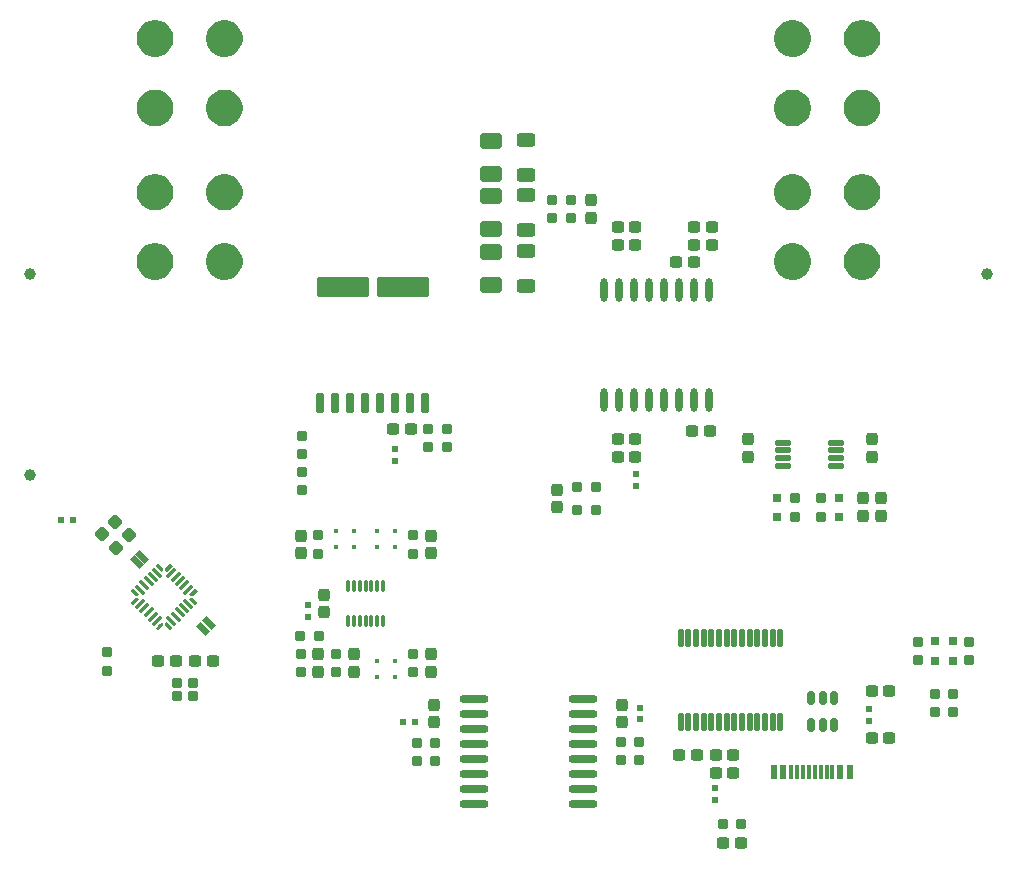
<source format=gtp>
G04*
G04 #@! TF.GenerationSoftware,Altium Limited,Altium Designer,24.2.2 (26)*
G04*
G04 Layer_Color=8421504*
%FSLAX44Y44*%
%MOMM*%
G71*
G04*
G04 #@! TF.SameCoordinates,6A8CA8D3-F6E6-494B-9A6B-4A02BC4B17F5*
G04*
G04*
G04 #@! TF.FilePolarity,Positive*
G04*
G01*
G75*
G04:AMPARAMS|DCode=17|XSize=1.9mm|YSize=1.4mm|CornerRadius=0.35mm|HoleSize=0mm|Usage=FLASHONLY|Rotation=0.000|XOffset=0mm|YOffset=0mm|HoleType=Round|Shape=RoundedRectangle|*
%AMROUNDEDRECTD17*
21,1,1.9000,0.7000,0,0,0.0*
21,1,1.2000,1.4000,0,0,0.0*
1,1,0.7000,0.6000,-0.3500*
1,1,0.7000,-0.6000,-0.3500*
1,1,0.7000,-0.6000,0.3500*
1,1,0.7000,0.6000,0.3500*
%
%ADD17ROUNDEDRECTD17*%
%ADD18C,1.0000*%
%ADD19R,0.3000X1.1500*%
%ADD20R,0.6000X1.1500*%
G04:AMPARAMS|DCode=21|XSize=0.5213mm|YSize=1.1725mm|CornerRadius=0mm|HoleSize=0mm|Usage=FLASHONLY|Rotation=45.000|XOffset=0mm|YOffset=0mm|HoleType=Round|Shape=Rectangle|*
%AMROTATEDRECTD21*
4,1,4,0.2302,-0.5988,-0.5988,0.2302,-0.2302,0.5988,0.5988,-0.2302,0.2302,-0.5988,0.0*
%
%ADD21ROTATEDRECTD21*%

G04:AMPARAMS|DCode=22|XSize=1mm|YSize=1.05mm|CornerRadius=0.25mm|HoleSize=0mm|Usage=FLASHONLY|Rotation=90.000|XOffset=0mm|YOffset=0mm|HoleType=Round|Shape=RoundedRectangle|*
%AMROUNDEDRECTD22*
21,1,1.0000,0.5500,0,0,90.0*
21,1,0.5000,1.0500,0,0,90.0*
1,1,0.5000,0.2750,0.2500*
1,1,0.5000,0.2750,-0.2500*
1,1,0.5000,-0.2750,-0.2500*
1,1,0.5000,-0.2750,0.2500*
%
%ADD22ROUNDEDRECTD22*%
G04:AMPARAMS|DCode=23|XSize=0.9mm|YSize=0.8mm|CornerRadius=0.2mm|HoleSize=0mm|Usage=FLASHONLY|Rotation=0.000|XOffset=0mm|YOffset=0mm|HoleType=Round|Shape=RoundedRectangle|*
%AMROUNDEDRECTD23*
21,1,0.9000,0.4000,0,0,0.0*
21,1,0.5000,0.8000,0,0,0.0*
1,1,0.4000,0.2500,-0.2000*
1,1,0.4000,-0.2500,-0.2000*
1,1,0.4000,-0.2500,0.2000*
1,1,0.4000,0.2500,0.2000*
%
%ADD23ROUNDEDRECTD23*%
G04:AMPARAMS|DCode=24|XSize=0.9mm|YSize=0.85mm|CornerRadius=0.2125mm|HoleSize=0mm|Usage=FLASHONLY|Rotation=0.000|XOffset=0mm|YOffset=0mm|HoleType=Round|Shape=RoundedRectangle|*
%AMROUNDEDRECTD24*
21,1,0.9000,0.4250,0,0,0.0*
21,1,0.4750,0.8500,0,0,0.0*
1,1,0.4250,0.2375,-0.2125*
1,1,0.4250,-0.2375,-0.2125*
1,1,0.4250,-0.2375,0.2125*
1,1,0.4250,0.2375,0.2125*
%
%ADD24ROUNDEDRECTD24*%
G04:AMPARAMS|DCode=25|XSize=1mm|YSize=1.05mm|CornerRadius=0.25mm|HoleSize=0mm|Usage=FLASHONLY|Rotation=135.000|XOffset=0mm|YOffset=0mm|HoleType=Round|Shape=RoundedRectangle|*
%AMROUNDEDRECTD25*
21,1,1.0000,0.5500,0,0,135.0*
21,1,0.5000,1.0500,0,0,135.0*
1,1,0.5000,0.0177,0.3712*
1,1,0.5000,0.3712,0.0177*
1,1,0.5000,-0.0177,-0.3712*
1,1,0.5000,-0.3712,-0.0177*
%
%ADD25ROUNDEDRECTD25*%
G04:AMPARAMS|DCode=26|XSize=0.3mm|YSize=0.25mm|CornerRadius=0mm|HoleSize=0mm|Usage=FLASHONLY|Rotation=315.000|XOffset=0mm|YOffset=0mm|HoleType=Round|Shape=Rectangle|*
%AMROTATEDRECTD26*
4,1,4,-0.1945,0.0177,-0.0177,0.1945,0.1945,-0.0177,0.0177,-0.1945,-0.1945,0.0177,0.0*
%
%ADD26ROTATEDRECTD26*%

G04:AMPARAMS|DCode=27|XSize=0.3mm|YSize=0.25mm|CornerRadius=0mm|HoleSize=0mm|Usage=FLASHONLY|Rotation=225.000|XOffset=0mm|YOffset=0mm|HoleType=Round|Shape=Rectangle|*
%AMROTATEDRECTD27*
4,1,4,0.0177,0.1945,0.1945,0.0177,-0.0177,-0.1945,-0.1945,-0.0177,0.0177,0.1945,0.0*
%
%ADD27ROTATEDRECTD27*%

G04:AMPARAMS|DCode=28|XSize=0.3mm|YSize=1mm|CornerRadius=0mm|HoleSize=0mm|Usage=FLASHONLY|Rotation=225.000|XOffset=0mm|YOffset=0mm|HoleType=Round|Shape=Rectangle|*
%AMROTATEDRECTD28*
4,1,4,-0.2475,0.4596,0.4596,-0.2475,0.2475,-0.4596,-0.4596,0.2475,-0.2475,0.4596,0.0*
%
%ADD28ROTATEDRECTD28*%

G04:AMPARAMS|DCode=29|XSize=0.3mm|YSize=1mm|CornerRadius=0mm|HoleSize=0mm|Usage=FLASHONLY|Rotation=135.000|XOffset=0mm|YOffset=0mm|HoleType=Round|Shape=Rectangle|*
%AMROTATEDRECTD29*
4,1,4,0.4596,0.2475,-0.2475,-0.4596,-0.4596,-0.2475,0.2475,0.4596,0.4596,0.2475,0.0*
%
%ADD29ROTATEDRECTD29*%

%ADD30R,0.5000X0.6000*%
G04:AMPARAMS|DCode=31|XSize=1mm|YSize=1.05mm|CornerRadius=0.25mm|HoleSize=0mm|Usage=FLASHONLY|Rotation=0.000|XOffset=0mm|YOffset=0mm|HoleType=Round|Shape=RoundedRectangle|*
%AMROUNDEDRECTD31*
21,1,1.0000,0.5500,0,0,0.0*
21,1,0.5000,1.0500,0,0,0.0*
1,1,0.5000,0.2500,-0.2750*
1,1,0.5000,-0.2500,-0.2750*
1,1,0.5000,-0.2500,0.2750*
1,1,0.5000,0.2500,0.2750*
%
%ADD31ROUNDEDRECTD31*%
%ADD32R,0.3500X0.3500*%
%ADD33O,0.3000X1.0500*%
%ADD34R,0.6000X0.5000*%
G04:AMPARAMS|DCode=35|XSize=0.9mm|YSize=0.85mm|CornerRadius=0.2125mm|HoleSize=0mm|Usage=FLASHONLY|Rotation=270.000|XOffset=0mm|YOffset=0mm|HoleType=Round|Shape=RoundedRectangle|*
%AMROUNDEDRECTD35*
21,1,0.9000,0.4250,0,0,270.0*
21,1,0.4750,0.8500,0,0,270.0*
1,1,0.4250,-0.2125,-0.2375*
1,1,0.4250,-0.2125,0.2375*
1,1,0.4250,0.2125,0.2375*
1,1,0.4250,0.2125,-0.2375*
%
%ADD35ROUNDEDRECTD35*%
G04:AMPARAMS|DCode=36|XSize=0.6mm|YSize=1.2mm|CornerRadius=0.15mm|HoleSize=0mm|Usage=FLASHONLY|Rotation=180.000|XOffset=0mm|YOffset=0mm|HoleType=Round|Shape=RoundedRectangle|*
%AMROUNDEDRECTD36*
21,1,0.6000,0.9000,0,0,180.0*
21,1,0.3000,1.2000,0,0,180.0*
1,1,0.3000,-0.1500,0.4500*
1,1,0.3000,0.1500,0.4500*
1,1,0.3000,0.1500,-0.4500*
1,1,0.3000,-0.1500,-0.4500*
%
%ADD36ROUNDEDRECTD36*%
%ADD37R,0.8000X0.8000*%
G04:AMPARAMS|DCode=38|XSize=0.45mm|YSize=1.35mm|CornerRadius=0.0495mm|HoleSize=0mm|Usage=FLASHONLY|Rotation=270.000|XOffset=0mm|YOffset=0mm|HoleType=Round|Shape=RoundedRectangle|*
%AMROUNDEDRECTD38*
21,1,0.4500,1.2510,0,0,270.0*
21,1,0.3510,1.3500,0,0,270.0*
1,1,0.0990,-0.6255,-0.1755*
1,1,0.0990,-0.6255,0.1755*
1,1,0.0990,0.6255,0.1755*
1,1,0.0990,0.6255,-0.1755*
%
%ADD38ROUNDEDRECTD38*%
G04:AMPARAMS|DCode=39|XSize=1.65mm|YSize=4.41mm|CornerRadius=0.0495mm|HoleSize=0mm|Usage=FLASHONLY|Rotation=270.000|XOffset=0mm|YOffset=0mm|HoleType=Round|Shape=RoundedRectangle|*
%AMROUNDEDRECTD39*
21,1,1.6500,4.3110,0,0,270.0*
21,1,1.5510,4.4100,0,0,270.0*
1,1,0.0990,-2.1555,-0.7755*
1,1,0.0990,-2.1555,0.7755*
1,1,0.0990,2.1555,0.7755*
1,1,0.0990,2.1555,-0.7755*
%
%ADD39ROUNDEDRECTD39*%
G04:AMPARAMS|DCode=40|XSize=1.65mm|YSize=0.6mm|CornerRadius=0.051mm|HoleSize=0mm|Usage=FLASHONLY|Rotation=270.000|XOffset=0mm|YOffset=0mm|HoleType=Round|Shape=RoundedRectangle|*
%AMROUNDEDRECTD40*
21,1,1.6500,0.4980,0,0,270.0*
21,1,1.5480,0.6000,0,0,270.0*
1,1,0.1020,-0.2490,-0.7740*
1,1,0.1020,-0.2490,0.7740*
1,1,0.1020,0.2490,0.7740*
1,1,0.1020,0.2490,-0.7740*
%
%ADD40ROUNDEDRECTD40*%
%ADD41O,0.6000X2.0000*%
G04:AMPARAMS|DCode=42|XSize=1.6mm|YSize=1.15mm|CornerRadius=0.2875mm|HoleSize=0mm|Usage=FLASHONLY|Rotation=0.000|XOffset=0mm|YOffset=0mm|HoleType=Round|Shape=RoundedRectangle|*
%AMROUNDEDRECTD42*
21,1,1.6000,0.5750,0,0,0.0*
21,1,1.0250,1.1500,0,0,0.0*
1,1,0.5750,0.5125,-0.2875*
1,1,0.5750,-0.5125,-0.2875*
1,1,0.5750,-0.5125,0.2875*
1,1,0.5750,0.5125,0.2875*
%
%ADD42ROUNDEDRECTD42*%
%ADD43O,0.5000X1.6000*%
%ADD44O,2.4500X0.7000*%
G36*
X1328871Y1184254D02*
X1331692Y1183086D01*
X1334231Y1181390D01*
X1336390Y1179231D01*
X1338086Y1176692D01*
X1339254Y1173871D01*
X1339850Y1170877D01*
Y1169350D01*
Y1167823D01*
X1339254Y1164829D01*
X1338086Y1162008D01*
X1336390Y1159469D01*
X1334231Y1157310D01*
X1331692Y1155614D01*
X1328871Y1154446D01*
X1325877Y1153850D01*
X1322823D01*
X1319829Y1154446D01*
X1317008Y1155614D01*
X1314469Y1157310D01*
X1312310Y1159469D01*
X1310614Y1162008D01*
X1309446Y1164829D01*
X1308850Y1167823D01*
Y1169350D01*
Y1170877D01*
X1309446Y1173871D01*
X1310614Y1176692D01*
X1312310Y1179231D01*
X1314469Y1181390D01*
X1317008Y1183086D01*
X1319829Y1184254D01*
X1322823Y1184850D01*
X1325877D01*
X1328871Y1184254D01*
D02*
G37*
G36*
X1270171D02*
X1272992Y1183086D01*
X1275531Y1181390D01*
X1277690Y1179231D01*
X1279386Y1176692D01*
X1280554Y1173871D01*
X1281150Y1170877D01*
Y1169350D01*
Y1167823D01*
X1280554Y1164829D01*
X1279386Y1162008D01*
X1277690Y1159469D01*
X1275531Y1157310D01*
X1272992Y1155614D01*
X1270171Y1154446D01*
X1267177Y1153850D01*
X1264123D01*
X1261129Y1154446D01*
X1258308Y1155614D01*
X1255769Y1157310D01*
X1253610Y1159469D01*
X1251914Y1162008D01*
X1250746Y1164829D01*
X1250150Y1167823D01*
Y1169350D01*
Y1170877D01*
X1250746Y1173871D01*
X1251914Y1176692D01*
X1253610Y1179231D01*
X1255769Y1181390D01*
X1258308Y1183086D01*
X1261129Y1184254D01*
X1264123Y1184850D01*
X1267177D01*
X1270171Y1184254D01*
D02*
G37*
G36*
X788871D02*
X791692Y1183086D01*
X794231Y1181390D01*
X796390Y1179231D01*
X798086Y1176692D01*
X799254Y1173871D01*
X799850Y1170877D01*
Y1169350D01*
Y1167823D01*
X799254Y1164829D01*
X798086Y1162008D01*
X796390Y1159469D01*
X794231Y1157310D01*
X791692Y1155614D01*
X788871Y1154446D01*
X785877Y1153850D01*
X782823D01*
X779829Y1154446D01*
X777008Y1155614D01*
X774469Y1157310D01*
X772310Y1159469D01*
X770614Y1162008D01*
X769446Y1164829D01*
X768850Y1167823D01*
Y1169350D01*
Y1170877D01*
X769446Y1173871D01*
X770614Y1176692D01*
X772310Y1179231D01*
X774469Y1181390D01*
X777008Y1183086D01*
X779829Y1184254D01*
X782823Y1184850D01*
X785877D01*
X788871Y1184254D01*
D02*
G37*
G36*
X730171D02*
X732992Y1183086D01*
X735531Y1181390D01*
X737690Y1179231D01*
X739386Y1176692D01*
X740554Y1173871D01*
X741150Y1170877D01*
Y1169350D01*
Y1167823D01*
X740554Y1164829D01*
X739386Y1162008D01*
X737690Y1159469D01*
X735531Y1157310D01*
X732992Y1155614D01*
X730171Y1154446D01*
X727177Y1153850D01*
X724123D01*
X721129Y1154446D01*
X718308Y1155614D01*
X715769Y1157310D01*
X713610Y1159469D01*
X711914Y1162008D01*
X710746Y1164829D01*
X710150Y1167823D01*
Y1169350D01*
Y1170877D01*
X710746Y1173871D01*
X711914Y1176692D01*
X713610Y1179231D01*
X715769Y1181390D01*
X718308Y1183086D01*
X721129Y1184254D01*
X724123Y1184850D01*
X727177D01*
X730171Y1184254D01*
D02*
G37*
G36*
X1328871Y1125554D02*
X1331692Y1124386D01*
X1334231Y1122690D01*
X1336390Y1120531D01*
X1338086Y1117992D01*
X1339254Y1115171D01*
X1339850Y1112177D01*
Y1110650D01*
Y1109123D01*
X1339254Y1106129D01*
X1338086Y1103308D01*
X1336390Y1100769D01*
X1334231Y1098610D01*
X1331692Y1096914D01*
X1328871Y1095746D01*
X1325877Y1095150D01*
X1322823D01*
X1319829Y1095746D01*
X1317008Y1096914D01*
X1314469Y1098610D01*
X1312310Y1100769D01*
X1310614Y1103308D01*
X1309446Y1106129D01*
X1308850Y1109123D01*
Y1110650D01*
Y1112177D01*
X1309446Y1115171D01*
X1310614Y1117992D01*
X1312310Y1120531D01*
X1314469Y1122690D01*
X1317008Y1124386D01*
X1319829Y1125554D01*
X1322823Y1126150D01*
X1325877D01*
X1328871Y1125554D01*
D02*
G37*
G36*
X1270171D02*
X1272992Y1124386D01*
X1275531Y1122690D01*
X1277690Y1120531D01*
X1279386Y1117992D01*
X1280554Y1115171D01*
X1281150Y1112177D01*
Y1110650D01*
Y1109123D01*
X1280554Y1106129D01*
X1279386Y1103308D01*
X1277690Y1100769D01*
X1275531Y1098610D01*
X1272992Y1096914D01*
X1270171Y1095746D01*
X1267177Y1095150D01*
X1264123D01*
X1261129Y1095746D01*
X1258308Y1096914D01*
X1255769Y1098610D01*
X1253610Y1100769D01*
X1251914Y1103308D01*
X1250746Y1106129D01*
X1250150Y1109123D01*
Y1110650D01*
Y1112177D01*
X1250746Y1115171D01*
X1251914Y1117992D01*
X1253610Y1120531D01*
X1255769Y1122690D01*
X1258308Y1124386D01*
X1261129Y1125554D01*
X1264123Y1126150D01*
X1267177D01*
X1270171Y1125554D01*
D02*
G37*
G36*
X788871D02*
X791692Y1124386D01*
X794231Y1122690D01*
X796390Y1120531D01*
X798086Y1117992D01*
X799254Y1115171D01*
X799850Y1112177D01*
Y1110650D01*
Y1109123D01*
X799254Y1106129D01*
X798086Y1103308D01*
X796390Y1100769D01*
X794231Y1098610D01*
X791692Y1096914D01*
X788871Y1095746D01*
X785877Y1095150D01*
X782823D01*
X779829Y1095746D01*
X777008Y1096914D01*
X774469Y1098610D01*
X772310Y1100769D01*
X770614Y1103308D01*
X769446Y1106129D01*
X768850Y1109123D01*
Y1110650D01*
Y1112177D01*
X769446Y1115171D01*
X770614Y1117992D01*
X772310Y1120531D01*
X774469Y1122690D01*
X777008Y1124386D01*
X779829Y1125554D01*
X782823Y1126150D01*
X785877D01*
X788871Y1125554D01*
D02*
G37*
G36*
X730171D02*
X732992Y1124386D01*
X735531Y1122690D01*
X737690Y1120531D01*
X739386Y1117992D01*
X740554Y1115171D01*
X741150Y1112177D01*
Y1110650D01*
Y1109123D01*
X740554Y1106129D01*
X739386Y1103308D01*
X737690Y1100769D01*
X735531Y1098610D01*
X732992Y1096914D01*
X730171Y1095746D01*
X727177Y1095150D01*
X724123D01*
X721129Y1095746D01*
X718308Y1096914D01*
X715769Y1098610D01*
X713610Y1100769D01*
X711914Y1103308D01*
X710746Y1106129D01*
X710150Y1109123D01*
Y1110650D01*
Y1112177D01*
X710746Y1115171D01*
X711914Y1117992D01*
X713610Y1120531D01*
X715769Y1122690D01*
X718308Y1124386D01*
X721129Y1125554D01*
X724123Y1126150D01*
X727177D01*
X730171Y1125554D01*
D02*
G37*
G36*
X1328871Y1054254D02*
X1331692Y1053086D01*
X1334231Y1051390D01*
X1336390Y1049231D01*
X1338086Y1046692D01*
X1339254Y1043871D01*
X1339850Y1040877D01*
Y1039350D01*
Y1037823D01*
X1339254Y1034829D01*
X1338086Y1032008D01*
X1336390Y1029469D01*
X1334231Y1027310D01*
X1331692Y1025614D01*
X1328871Y1024446D01*
X1325877Y1023850D01*
X1322823D01*
X1319829Y1024446D01*
X1317008Y1025614D01*
X1314469Y1027310D01*
X1312310Y1029469D01*
X1310614Y1032008D01*
X1309446Y1034829D01*
X1308850Y1037823D01*
Y1039350D01*
Y1040877D01*
X1309446Y1043871D01*
X1310614Y1046692D01*
X1312310Y1049231D01*
X1314469Y1051390D01*
X1317008Y1053086D01*
X1319829Y1054254D01*
X1322823Y1054850D01*
X1325877D01*
X1328871Y1054254D01*
D02*
G37*
G36*
X1270171D02*
X1272992Y1053086D01*
X1275531Y1051390D01*
X1277690Y1049231D01*
X1279386Y1046692D01*
X1280554Y1043871D01*
X1281150Y1040877D01*
Y1039350D01*
Y1037823D01*
X1280554Y1034829D01*
X1279386Y1032008D01*
X1277690Y1029469D01*
X1275531Y1027310D01*
X1272992Y1025614D01*
X1270171Y1024446D01*
X1267177Y1023850D01*
X1264123D01*
X1261129Y1024446D01*
X1258308Y1025614D01*
X1255769Y1027310D01*
X1253610Y1029469D01*
X1251914Y1032008D01*
X1250746Y1034829D01*
X1250150Y1037823D01*
Y1039350D01*
Y1040877D01*
X1250746Y1043871D01*
X1251914Y1046692D01*
X1253610Y1049231D01*
X1255769Y1051390D01*
X1258308Y1053086D01*
X1261129Y1054254D01*
X1264123Y1054850D01*
X1267177D01*
X1270171Y1054254D01*
D02*
G37*
G36*
X788871D02*
X791692Y1053086D01*
X794231Y1051390D01*
X796390Y1049231D01*
X798086Y1046692D01*
X799254Y1043871D01*
X799850Y1040877D01*
Y1039350D01*
Y1037823D01*
X799254Y1034829D01*
X798086Y1032008D01*
X796390Y1029469D01*
X794231Y1027310D01*
X791692Y1025614D01*
X788871Y1024446D01*
X785877Y1023850D01*
X782823D01*
X779829Y1024446D01*
X777008Y1025614D01*
X774469Y1027310D01*
X772310Y1029469D01*
X770614Y1032008D01*
X769446Y1034829D01*
X768850Y1037823D01*
Y1039350D01*
Y1040877D01*
X769446Y1043871D01*
X770614Y1046692D01*
X772310Y1049231D01*
X774469Y1051390D01*
X777008Y1053086D01*
X779829Y1054254D01*
X782823Y1054850D01*
X785877D01*
X788871Y1054254D01*
D02*
G37*
G36*
X730171D02*
X732992Y1053086D01*
X735531Y1051390D01*
X737690Y1049231D01*
X739386Y1046692D01*
X740554Y1043871D01*
X741150Y1040877D01*
Y1039350D01*
Y1037823D01*
X740554Y1034829D01*
X739386Y1032008D01*
X737690Y1029469D01*
X735531Y1027310D01*
X732992Y1025614D01*
X730171Y1024446D01*
X727177Y1023850D01*
X724123D01*
X721129Y1024446D01*
X718308Y1025614D01*
X715769Y1027310D01*
X713610Y1029469D01*
X711914Y1032008D01*
X710746Y1034829D01*
X710150Y1037823D01*
Y1039350D01*
Y1040877D01*
X710746Y1043871D01*
X711914Y1046692D01*
X713610Y1049231D01*
X715769Y1051390D01*
X718308Y1053086D01*
X721129Y1054254D01*
X724123Y1054850D01*
X727177D01*
X730171Y1054254D01*
D02*
G37*
G36*
X1328871Y995554D02*
X1331692Y994386D01*
X1334231Y992690D01*
X1336390Y990531D01*
X1338086Y987992D01*
X1339254Y985171D01*
X1339850Y982177D01*
Y980650D01*
Y979123D01*
X1339254Y976129D01*
X1338086Y973308D01*
X1336390Y970769D01*
X1334231Y968610D01*
X1331692Y966914D01*
X1328871Y965746D01*
X1325877Y965150D01*
X1322823D01*
X1319829Y965746D01*
X1317008Y966914D01*
X1314469Y968610D01*
X1312310Y970769D01*
X1310614Y973308D01*
X1309446Y976129D01*
X1308850Y979123D01*
Y980650D01*
Y982177D01*
X1309446Y985171D01*
X1310614Y987992D01*
X1312310Y990531D01*
X1314469Y992690D01*
X1317008Y994386D01*
X1319829Y995554D01*
X1322823Y996150D01*
X1325877D01*
X1328871Y995554D01*
D02*
G37*
G36*
X1270171D02*
X1272992Y994386D01*
X1275531Y992690D01*
X1277690Y990531D01*
X1279386Y987992D01*
X1280554Y985171D01*
X1281150Y982177D01*
Y980650D01*
Y979123D01*
X1280554Y976129D01*
X1279386Y973308D01*
X1277690Y970769D01*
X1275531Y968610D01*
X1272992Y966914D01*
X1270171Y965746D01*
X1267177Y965150D01*
X1264123D01*
X1261129Y965746D01*
X1258308Y966914D01*
X1255769Y968610D01*
X1253610Y970769D01*
X1251914Y973308D01*
X1250746Y976129D01*
X1250150Y979123D01*
Y980650D01*
Y982177D01*
X1250746Y985171D01*
X1251914Y987992D01*
X1253610Y990531D01*
X1255769Y992690D01*
X1258308Y994386D01*
X1261129Y995554D01*
X1264123Y996150D01*
X1267177D01*
X1270171Y995554D01*
D02*
G37*
G36*
X788871D02*
X791692Y994386D01*
X794231Y992690D01*
X796390Y990531D01*
X798086Y987992D01*
X799254Y985171D01*
X799850Y982177D01*
Y980650D01*
Y979123D01*
X799254Y976129D01*
X798086Y973308D01*
X796390Y970769D01*
X794231Y968610D01*
X791692Y966914D01*
X788871Y965746D01*
X785877Y965150D01*
X782823D01*
X779829Y965746D01*
X777008Y966914D01*
X774469Y968610D01*
X772310Y970769D01*
X770614Y973308D01*
X769446Y976129D01*
X768850Y979123D01*
Y980650D01*
Y982177D01*
X769446Y985171D01*
X770614Y987992D01*
X772310Y990531D01*
X774469Y992690D01*
X777008Y994386D01*
X779829Y995554D01*
X782823Y996150D01*
X785877D01*
X788871Y995554D01*
D02*
G37*
G36*
X730171D02*
X732992Y994386D01*
X735531Y992690D01*
X737690Y990531D01*
X739386Y987992D01*
X740554Y985171D01*
X741150Y982177D01*
Y980650D01*
Y979123D01*
X740554Y976129D01*
X739386Y973308D01*
X737690Y970769D01*
X735531Y968610D01*
X732992Y966914D01*
X730171Y965746D01*
X727177Y965150D01*
X724123D01*
X721129Y965746D01*
X718308Y966914D01*
X715769Y968610D01*
X713610Y970769D01*
X711914Y973308D01*
X710746Y976129D01*
X710150Y979123D01*
Y980650D01*
Y982177D01*
X710746Y985171D01*
X711914Y987992D01*
X713610Y990531D01*
X715769Y992690D01*
X718308Y994386D01*
X721129Y995554D01*
X724123Y996150D01*
X727177D01*
X730171Y995554D01*
D02*
G37*
G36*
X740748Y723090D02*
X735621Y717963D01*
X734525Y719059D01*
X734525Y721110D01*
X738626Y725211D01*
X740748Y723090D01*
D02*
G37*
G36*
X732475Y721110D02*
X732475Y719059D01*
X731379Y717963D01*
X726252Y723090D01*
X728373Y725211D01*
X732475Y721110D01*
D02*
G37*
G36*
X761961Y701877D02*
X757860Y697775D01*
X755809Y697775D01*
X754713Y698871D01*
X759840Y703998D01*
X761961Y701877D01*
D02*
G37*
G36*
X712287Y698871D02*
X711191Y697775D01*
X709140Y697775D01*
X705039Y701877D01*
X707160Y703998D01*
X712287Y698871D01*
D02*
G37*
G36*
X757860Y695725D02*
X761961Y691624D01*
X759840Y689502D01*
X754713Y694629D01*
X755809Y695725D01*
X757860Y695725D01*
D02*
G37*
G36*
X712287Y694629D02*
X707160Y689502D01*
X705039Y691624D01*
X709140Y695725D01*
X711191Y695725D01*
X712287Y694629D01*
D02*
G37*
G36*
X740748Y670410D02*
X738626Y668289D01*
X734525Y672390D01*
X734525Y674441D01*
X735621Y675537D01*
X740748Y670410D01*
D02*
G37*
G36*
X732475Y674441D02*
X732475Y672390D01*
X728373Y668289D01*
X726252Y670410D01*
X731379Y675537D01*
X732475Y674441D01*
D02*
G37*
D17*
X1010000Y961000D02*
D03*
Y989000D02*
D03*
Y1008000D02*
D03*
Y1036000D02*
D03*
Y1055000D02*
D03*
Y1083000D02*
D03*
D18*
X1430000Y970000D02*
D03*
X620000Y800000D02*
D03*
Y970000D02*
D03*
D19*
X1264300Y548550D02*
D03*
X1269300D02*
D03*
X1274300D02*
D03*
X1279300D02*
D03*
X1284300D02*
D03*
X1289300D02*
D03*
X1294300D02*
D03*
X1299300D02*
D03*
D20*
X1257800D02*
D03*
X1305800D02*
D03*
X1249800D02*
D03*
X1313800D02*
D03*
D21*
X771373Y674373D02*
D03*
X766627Y669627D02*
D03*
X715123Y730623D02*
D03*
X710377Y725877D02*
D03*
D22*
X728500Y642000D02*
D03*
X743500D02*
D03*
X774500D02*
D03*
X759500D02*
D03*
X1169500Y563000D02*
D03*
X1184500D02*
D03*
X1221500Y488000D02*
D03*
X1206500D02*
D03*
X1332500Y577000D02*
D03*
X1347500D02*
D03*
X1332500Y617000D02*
D03*
X1347500D02*
D03*
X942500Y839000D02*
D03*
X927500D02*
D03*
X1132500Y830000D02*
D03*
X1117500D02*
D03*
X1132500Y815000D02*
D03*
X1117500D02*
D03*
X1195500Y837000D02*
D03*
X1180500D02*
D03*
X1182000Y980000D02*
D03*
X1167000D02*
D03*
X1197000Y995000D02*
D03*
X1182000D02*
D03*
X1197000Y1010000D02*
D03*
X1182000D02*
D03*
X1132500Y995000D02*
D03*
X1117500D02*
D03*
X1132500Y1010000D02*
D03*
X1117500D02*
D03*
X1200500Y563000D02*
D03*
X1215500D02*
D03*
X1200500Y548000D02*
D03*
X1215500D02*
D03*
D23*
X758000Y624000D02*
D03*
X744000Y624000D02*
D03*
X758000Y613000D02*
D03*
X744000Y613000D02*
D03*
D24*
X685000Y649750D02*
D03*
Y634250D02*
D03*
X864000Y748750D02*
D03*
Y733250D02*
D03*
X944000Y748750D02*
D03*
Y733250D02*
D03*
X879000Y648750D02*
D03*
Y633250D02*
D03*
X849000Y648750D02*
D03*
Y633250D02*
D03*
X944000Y633250D02*
D03*
Y648750D02*
D03*
X1401000Y614750D02*
D03*
Y599250D02*
D03*
X1386000Y614750D02*
D03*
Y599250D02*
D03*
X1372000Y658750D02*
D03*
Y643250D02*
D03*
X1415000Y658750D02*
D03*
Y643250D02*
D03*
X850000Y802750D02*
D03*
Y787250D02*
D03*
Y817250D02*
D03*
Y832750D02*
D03*
X1267500Y780250D02*
D03*
Y764750D02*
D03*
X1290000Y780250D02*
D03*
Y764750D02*
D03*
D25*
X680947Y749697D02*
D03*
X691553Y760303D02*
D03*
X692697Y738197D02*
D03*
X703303Y748803D02*
D03*
D26*
X709105Y699932D02*
D03*
X757895Y693568D02*
D03*
X730318Y721145D02*
D03*
X736682Y672355D02*
D03*
D27*
Y721145D02*
D03*
X730318Y672355D02*
D03*
X709105Y693568D02*
D03*
X757895Y699932D02*
D03*
D28*
X739687Y676421D02*
D03*
X743223Y679956D02*
D03*
X746758Y683492D02*
D03*
X750294Y687027D02*
D03*
X753829Y690563D02*
D03*
X727313Y717079D02*
D03*
X723777Y713544D02*
D03*
X720242Y710008D02*
D03*
X716706Y706473D02*
D03*
X713171Y702937D02*
D03*
D29*
X753829D02*
D03*
X750294Y706473D02*
D03*
X746758Y710008D02*
D03*
X743223Y713544D02*
D03*
X739687Y717079D02*
D03*
X713171Y690563D02*
D03*
X716706Y687027D02*
D03*
X720242Y683492D02*
D03*
X723777Y679956D02*
D03*
X727313Y676421D02*
D03*
D30*
X646000Y762000D02*
D03*
X656000D02*
D03*
X936000Y591000D02*
D03*
X946000D02*
D03*
D31*
X849000Y748500D02*
D03*
Y733500D02*
D03*
X959000Y748500D02*
D03*
Y733500D02*
D03*
X869000Y698500D02*
D03*
Y683500D02*
D03*
X864000Y633500D02*
D03*
Y648500D02*
D03*
X894000Y648500D02*
D03*
Y633500D02*
D03*
X959000Y633500D02*
D03*
Y648500D02*
D03*
X962000Y605500D02*
D03*
Y590500D02*
D03*
X1121000Y605500D02*
D03*
Y590500D02*
D03*
X1066000Y772500D02*
D03*
Y787500D02*
D03*
X1227500Y815000D02*
D03*
Y830000D02*
D03*
X1325000Y765000D02*
D03*
Y780000D02*
D03*
X1340000Y765000D02*
D03*
Y780000D02*
D03*
X1332500Y830000D02*
D03*
Y815000D02*
D03*
X1095000Y1032500D02*
D03*
Y1017500D02*
D03*
D32*
X879000Y752718D02*
D03*
Y739218D02*
D03*
X894000Y739282D02*
D03*
Y752782D02*
D03*
X914000Y752718D02*
D03*
Y739218D02*
D03*
X929000Y739282D02*
D03*
Y752782D02*
D03*
X914000Y629282D02*
D03*
Y642782D02*
D03*
X929000Y642718D02*
D03*
Y629218D02*
D03*
D33*
X919000Y706000D02*
D03*
X914000D02*
D03*
X909000D02*
D03*
X904000D02*
D03*
X899000D02*
D03*
X894000D02*
D03*
X889000D02*
D03*
X919000Y676000D02*
D03*
X914000D02*
D03*
X909000D02*
D03*
X904000D02*
D03*
X899000D02*
D03*
X894000D02*
D03*
X889000D02*
D03*
D34*
X855000Y680000D02*
D03*
Y690000D02*
D03*
X1136000Y593000D02*
D03*
Y603000D02*
D03*
X1200000Y535000D02*
D03*
Y525000D02*
D03*
X1330000Y592000D02*
D03*
Y602000D02*
D03*
X929000Y822000D02*
D03*
Y812000D02*
D03*
X1133000Y801000D02*
D03*
Y791000D02*
D03*
D35*
X864250Y664000D02*
D03*
X848750D02*
D03*
X947250Y573000D02*
D03*
X962750D02*
D03*
X947250Y558000D02*
D03*
X962750D02*
D03*
X1120250Y574000D02*
D03*
X1135750D02*
D03*
X1120250Y559000D02*
D03*
X1135750D02*
D03*
X1221750Y504000D02*
D03*
X1206250D02*
D03*
X972750Y839000D02*
D03*
X957250D02*
D03*
X972750Y824000D02*
D03*
X957250D02*
D03*
X1083250Y790000D02*
D03*
X1098750D02*
D03*
X1083250Y770000D02*
D03*
X1098750D02*
D03*
X1062250Y1032500D02*
D03*
X1077750D02*
D03*
X1062250Y1017500D02*
D03*
X1077750D02*
D03*
D36*
X1281500Y611500D02*
D03*
X1291000D02*
D03*
X1300500D02*
D03*
Y588500D02*
D03*
X1291000D02*
D03*
X1281500D02*
D03*
D37*
X1386000Y642750D02*
D03*
Y659250D02*
D03*
X1401000Y642750D02*
D03*
Y659250D02*
D03*
X1252500Y764250D02*
D03*
Y780750D02*
D03*
X1305000Y764250D02*
D03*
Y780750D02*
D03*
D38*
X1257750Y807750D02*
D03*
X1302250D02*
D03*
Y814250D02*
D03*
Y820750D02*
D03*
Y827250D02*
D03*
X1257750Y814250D02*
D03*
Y820750D02*
D03*
Y827250D02*
D03*
D39*
X935400Y958750D02*
D03*
X884600D02*
D03*
D40*
X865550Y861250D02*
D03*
X878250D02*
D03*
X890950D02*
D03*
X903650D02*
D03*
X916350D02*
D03*
X929050D02*
D03*
X941750D02*
D03*
X954450D02*
D03*
D41*
X1105550Y863500D02*
D03*
X1118250D02*
D03*
X1130950D02*
D03*
X1143650D02*
D03*
X1156350D02*
D03*
X1169050D02*
D03*
X1181750D02*
D03*
X1194450D02*
D03*
X1105550Y956500D02*
D03*
X1118250D02*
D03*
X1130950D02*
D03*
X1143650D02*
D03*
X1156350D02*
D03*
X1169050D02*
D03*
X1181750D02*
D03*
X1194450D02*
D03*
D42*
X1040000Y989750D02*
D03*
Y960250D02*
D03*
Y1036750D02*
D03*
Y1007250D02*
D03*
Y1083750D02*
D03*
Y1054250D02*
D03*
D43*
X1255250Y661500D02*
D03*
X1248750D02*
D03*
X1242250D02*
D03*
X1235750D02*
D03*
X1229250D02*
D03*
X1222750D02*
D03*
X1216250D02*
D03*
X1209750D02*
D03*
X1203250D02*
D03*
X1196750D02*
D03*
X1190250D02*
D03*
X1183750D02*
D03*
X1177250D02*
D03*
X1170750D02*
D03*
X1255250Y590500D02*
D03*
X1248750D02*
D03*
X1242250D02*
D03*
X1235750D02*
D03*
X1229250D02*
D03*
X1222750D02*
D03*
X1216250D02*
D03*
X1209750D02*
D03*
X1203250D02*
D03*
X1196750D02*
D03*
X1190250D02*
D03*
X1183750D02*
D03*
X1177250D02*
D03*
X1170750D02*
D03*
D44*
X995500Y610450D02*
D03*
Y597750D02*
D03*
Y585050D02*
D03*
Y572350D02*
D03*
Y559650D02*
D03*
Y546950D02*
D03*
Y534250D02*
D03*
Y521550D02*
D03*
X1088500Y610450D02*
D03*
Y597750D02*
D03*
Y585050D02*
D03*
Y572350D02*
D03*
Y559650D02*
D03*
Y546950D02*
D03*
Y534250D02*
D03*
Y521550D02*
D03*
M02*

</source>
